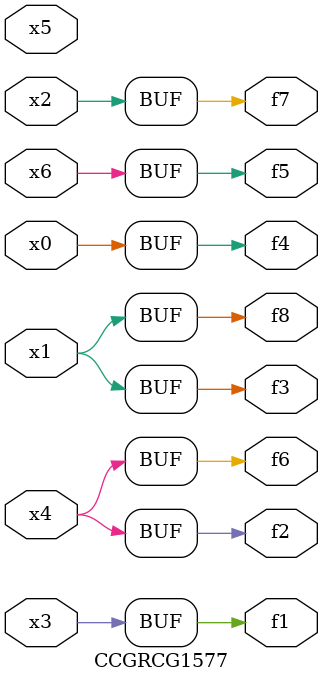
<source format=v>
module CCGRCG1577(
	input x0, x1, x2, x3, x4, x5, x6,
	output f1, f2, f3, f4, f5, f6, f7, f8
);
	assign f1 = x3;
	assign f2 = x4;
	assign f3 = x1;
	assign f4 = x0;
	assign f5 = x6;
	assign f6 = x4;
	assign f7 = x2;
	assign f8 = x1;
endmodule

</source>
